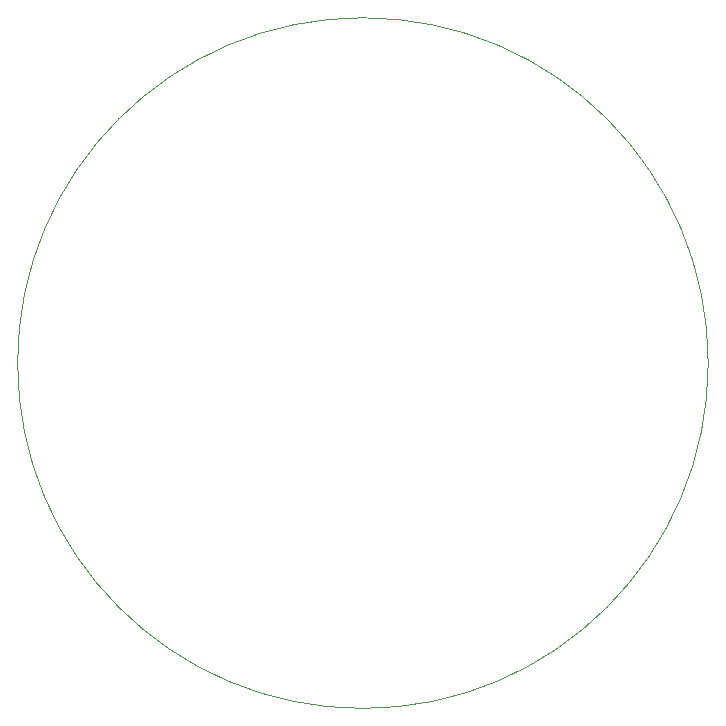
<source format=gbr>
G04 #@! TF.GenerationSoftware,KiCad,Pcbnew,(5.1.5)-3*
G04 #@! TF.CreationDate,2020-04-16T18:29:46-07:00*
G04 #@! TF.ProjectId,E_Grrrl,455f4772-7272-46c2-9e6b-696361645f70,Version A2*
G04 #@! TF.SameCoordinates,Original*
G04 #@! TF.FileFunction,Profile,NP*
%FSLAX46Y46*%
G04 Gerber Fmt 4.6, Leading zero omitted, Abs format (unit mm)*
G04 Created by KiCad (PCBNEW (5.1.5)-3) date 2020-04-16 18:29:46*
%MOMM*%
%LPD*%
G04 APERTURE LIST*
%ADD10C,0.050000*%
G04 APERTURE END LIST*
D10*
X159285596Y-93472000D02*
G75*
G03X159285596Y-93472000I-29237596J0D01*
G01*
M02*

</source>
